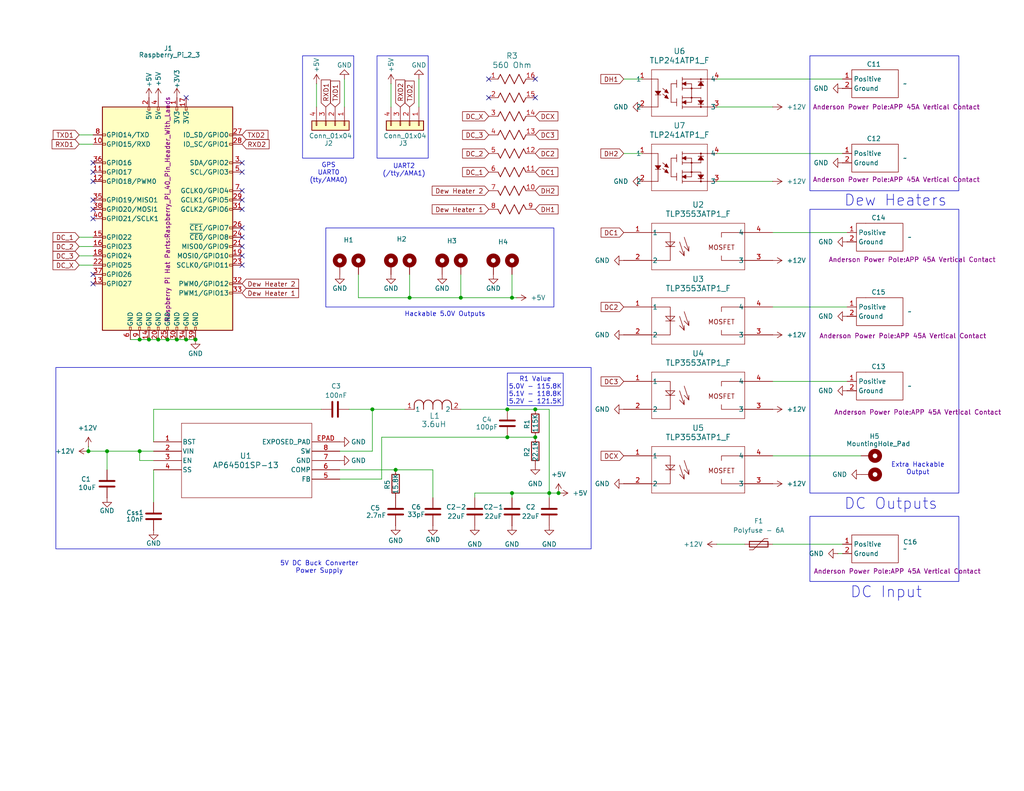
<source format=kicad_sch>
(kicad_sch (version 20250114) (generator "eeschema") (generator_version "9.0")
  (paper "USLetter")
  (title_block (title "Astro Raspberry Pi Hat SMD") (date "2024-05-08") (rev "0.9") (comment 1 "Built-In 5VDC Buck Converter - 1.2MHz freq.") (comment 2 "12VDC ON/OFF Control") (comment 3 "Redesigned using SMD parts") (comment 4 "First World Labs, LLC"))
  (lib_symbols
    (symbol "2024-05-14_03-02-28:TLP3553ATP1_F" (pin_names (offset 0.254))
      (property "Reference" "U" (at 20.32 10.16 0))
      (property "Value" "TLP3553ATP1_F" (at 20.32 7.62 0))
      (symbol "TLP3553ATP1_F_0_1"
        (pin unspecified line (at 0 2.54 0) (length 7.62) (name "1") (number "1"))
        (pin unspecified line (at 0 -5.08 0) (length 7.62) (name "2") (number "2"))
        (pin unspecified line (at 40.64 2.54 180) (length 7.62) (name "4") (number "4"))
        (pin unspecified line (at 40.64 -5.08 180) (length 7.62) (name "3") (number "3"))
      )
      (symbol "TLP3553ATP1_F_1_1"
        (text "MOSFET" (at 26.67 -1.524 0) (effects (font (size 1.27 1.27))))
      )
    )
    (symbol "2024-05-14_03-34-29:IHLP2525CZER1R5M01" (pin_names (offset 0.254))
      (property "Reference" "L1" (at 8.128 -1.778 0))
      (property "Value" "3.6uH" (at 7.874 -4.064 0))
      (symbol "IHLP2525CZER1R5M01_1_1"
        (pin unspecified line (at 0 0 0) (length 2.54) (name "1") (number "1"))
        (pin unspecified line (at 15.24 0 180) (length 2.54) (name "2") (number "2"))
      )
      (symbol "IHLP2525CZER1R5M01_1_2"
        (pin unspecified line (at 0 15.24 270) (length 2.54) (name "2") (number "2"))
        (pin unspecified line (at 0 0 90) (length 2.54) (name "1") (number "1"))
      )
    )
    (symbol "2024-05-14_04-03-58:TLP241ATP1_F" (pin_names (offset 0.254))
      (property "Reference" "U" (at 8.89 7.112 0))
      (property "Value" "TLP241ATP1_F" (at 7.874 1.778 0))
      (symbol "TLP241ATP1_F_0_1"
        (pin unspecified line (at -2.5146 -2.54 180) (length 0.0254) (name "1") (number "1"))
        (pin unspecified line (at -2.5146 -10.16 180) (length 0.0254) (name "2") (number "2"))
        (pin unspecified line (at 17.8054 -2.54 180) (length 0.0254) (name "4") (number "4"))
        (pin unspecified line (at 17.8054 -10.16 180) (length 0.0254) (name "3") (number "3"))
      )
    )
    (symbol "2024-06-05_15-26-43:EXB-2HV100JV" (pin_names (offset 0.254))
      (property "Reference" "R" (at 6.096 7.874 0))
      (property "Value" "EXB-2HV100JV" (at 6.858 -42.926 0))
      (symbol "EXB-2HV100JV_0_1"
        (pin unspecified line (at 0 0 0) (length 2.54) (name "") (number "1"))
        (pin unspecified line (at 0 -5.08 0) (length 2.54) (name "") (number "2"))
        (pin unspecified line (at 0 -10.16 0) (length 2.54) (name "") (number "3"))
        (pin unspecified line (at 0 -15.24 0) (length 2.54) (name "") (number "4"))
        (pin unspecified line (at 0 -20.32 0) (length 2.54) (name "") (number "5"))
        (pin unspecified line (at 0 -25.4 0) (length 2.54) (name "") (number "6"))
        (pin unspecified line (at 0 -30.48 0) (length 2.54) (name "") (number "7"))
        (pin unspecified line (at 0 -35.56 0) (length 2.54) (name "") (number "8"))
        (pin unspecified line (at 12.7 0 180) (length 2.54) (name "") (number "16"))
        (pin unspecified line (at 12.7 -5.08 180) (length 2.54) (name "") (number "15"))
        (pin unspecified line (at 12.7 -10.16 180) (length 2.54) (name "") (number "14"))
        (pin unspecified line (at 12.7 -15.24 180) (length 2.54) (name "") (number "13"))
        (pin unspecified line (at 12.7 -20.32 180) (length 2.54) (name "") (number "12"))
        (pin unspecified line (at 12.7 -25.4 180) (length 2.54) (name "") (number "11"))
        (pin unspecified line (at 12.7 -30.48 180) (length 2.54) (name "") (number "10"))
        (pin unspecified line (at 12.7 -35.56 180) (length 2.54) (name "") (number "9"))
      )
    )
    (symbol "2025-05-31_12-44-27:AP64501QSP-13" (pin_names (offset 0.254))
      (property "Reference" "U" (at 25.4 10.16 0))
      (property "Value" "AP64501QSP-13" (at 25.4 7.62 0))
      (symbol "AP64501QSP-13_0_1"
        (pin input line (at 0 0 0) (length 7.62) (name "BST") (number "1"))
        (pin power_in line (at 0 -2.54 0) (length 7.62) (name "VIN") (number "2"))
        (pin input line (at 0 -5.08 0) (length 7.62) (name "EN") (number "3"))
        (pin unspecified line (at 0 -7.62 0) (length 7.62) (name "SS") (number "4"))
        (pin power_out line (at 50.8 0 180) (length 7.62) (name "EXPOSED_PAD") (number "EPAD"))
        (pin output line (at 50.8 -2.54 180) (length 7.62) (name "SW") (number "8"))
        (pin power_out line (at 50.8 -5.08 180) (length 7.62) (name "GND") (number "7"))
        (pin unspecified line (at 50.8 -7.62 180) (length 7.62) (name "COMP") (number "6"))
        (pin output line (at 50.8 -10.16 180) (length 7.62) (name "FB") (number "5"))
      )
    )
    (symbol "C_1" (pin_numbers (hide yes)) (pin_names (offset 0.254))
      (property "Reference" "C" (at 0.635 2.54 0))
      (property "Value" "C" (at 0.635 -2.54 0))
      (symbol "C_1_1_1"
        (pin passive line (at 0 3.81 270) (length 2.794) (name "~") (number "1"))
        (pin passive line (at 0 -3.81 90) (length 2.794) (name "~") (number "2"))
      )
    )
    (symbol "Connector:Raspberry_Pi_2_3" (pin_names (offset 1.016))
      (property "Reference" "J" (at -17.78 31.75 0))
      (property "Value" "Raspberry_Pi_2_3" (at 10.16 -31.75 0))
      (symbol "Raspberry_Pi_2_3_1_1"
        (pin bidirectional line (at -20.32 22.86 0) (length 2.54) (name "GPIO14/TXD") (number "8"))
        (pin bidirectional line (at -20.32 20.32 0) (length 2.54) (name "GPIO15/RXD") (number "10"))
        (pin bidirectional line (at -20.32 15.24 0) (length 2.54) (name "GPIO16") (number "36"))
        (pin bidirectional line (at -20.32 12.7 0) (length 2.54) (name "GPIO17") (number "11"))
        (pin bidirectional line (at -20.32 10.16 0) (length 2.54) (name "GPIO18/PWM0") (number "12"))
        (pin bidirectional line (at -20.32 5.08 0) (length 2.54) (name "GPIO19/MISO1") (number "35"))
        (pin bidirectional line (at -20.32 2.54 0) (length 2.54) (name "GPIO20/MOSI1") (number "38"))
        (pin bidirectional line (at -20.32 0 0) (length 2.54) (name "GPIO21/SCLK1") (number "40"))
        (pin bidirectional line (at -20.32 -5.08 0) (length 2.54) (name "GPIO22") (number "15"))
        (pin bidirectional line (at -20.32 -7.62 0) (length 2.54) (name "GPIO23") (number "16"))
        (pin bidirectional line (at -20.32 -10.16 0) (length 2.54) (name "GPIO24") (number "18"))
        (pin bidirectional line (at -20.32 -12.7 0) (length 2.54) (name "GPIO25") (number "22"))
        (pin bidirectional line (at -20.32 -15.24 0) (length 2.54) (name "GPIO26") (number "37"))
        (pin bidirectional line (at -20.32 -17.78 0) (length 2.54) (name "GPIO27") (number "13"))
        (pin power_in line (at -10.16 -33.02 90) (length 2.54) (name "GND") (number "6"))
        (pin power_in line (at -7.62 -33.02 90) (length 2.54) (name "GND") (number "9"))
        (pin power_in line (at -5.08 33.02 270) (length 2.54) (name "5V") (number "2"))
        (pin power_in line (at -5.08 -33.02 90) (length 2.54) (name "GND") (number "14"))
        (pin power_in line (at -2.54 33.02 270) (length 2.54) (name "5V") (number "4"))
        (pin power_in line (at -2.54 -33.02 90) (length 2.54) (name "GND") (number "20"))
        (pin power_in line (at 0 -33.02 90) (length 2.54) (name "GND") (number "25"))
        (pin power_in line (at 2.54 33.02 270) (length 2.54) (name "3V3") (number "1"))
        (pin power_in line (at 2.54 -33.02 90) (length 2.54) (name "GND") (number "30"))
        (pin power_in line (at 5.08 33.02 270) (length 2.54) (name "3V3") (number "17"))
        (pin power_in line (at 5.08 -33.02 90) (length 2.54) (name "GND") (number "34"))
        (pin power_in line (at 7.62 -33.02 90) (length 2.54) (name "GND") (number "39"))
        (pin bidirectional line (at 20.32 22.86 180) (length 2.54) (name "ID_SD/GPIO0") (number "27"))
        (pin bidirectional line (at 20.32 20.32 180) (length 2.54) (name "ID_SC/GPIO1") (number "28"))
        (pin bidirectional line (at 20.32 15.24 180) (length 2.54) (name "SDA/GPIO2") (number "3"))
        (pin bidirectional line (at 20.32 12.7 180) (length 2.54) (name "SCL/GPIO3") (number "5"))
        (pin bidirectional line (at 20.32 7.62 180) (length 2.54) (name "GCLK0/GPIO4") (number "7"))
        (pin bidirectional line (at 20.32 5.08 180) (length 2.54) (name "GCLK1/GPIO5") (number "29"))
        (pin bidirectional line (at 20.32 2.54 180) (length 2.54) (name "GCLK2/GPIO6") (number "31"))
        (pin bidirectional line (at 20.32 -2.54 180) (length 2.54) (name "~{CE1}/GPIO7") (number "26"))
        (pin bidirectional line (at 20.32 -5.08 180) (length 2.54) (name "~{CE0}/GPIO8") (number "24"))
        (pin bidirectional line (at 20.32 -7.62 180) (length 2.54) (name "MISO0/GPIO9") (number "21"))
        (pin bidirectional line (at 20.32 -10.16 180) (length 2.54) (name "MOSI0/GPIO10") (number "19"))
        (pin bidirectional line (at 20.32 -12.7 180) (length 2.54) (name "SCLK0/GPIO11") (number "23"))
        (pin bidirectional line (at 20.32 -17.78 180) (length 2.54) (name "PWM0/GPIO12") (number "32"))
        (pin bidirectional line (at 20.32 -20.32 180) (length 2.54) (name "PWM1/GPIO13") (number "33"))
      )
    )
    (symbol "Connector_Generic:Conn_01x04" (pin_names (offset 1.016) (hide yes))
      (property "Reference" "J" (at 0 5.08 0))
      (property "Value" "Conn_01x04" (at 0 -7.62 0))
      (symbol "Conn_01x04_1_1"
        (pin passive line (at -5.08 2.54 0) (length 3.81) (name "Pin_1") (number "1"))
        (pin passive line (at -5.08 0 0) (length 3.81) (name "Pin_2") (number "2"))
        (pin passive line (at -5.08 -2.54 0) (length 3.81) (name "Pin_3") (number "3"))
        (pin passive line (at -5.08 -5.08 0) (length 3.81) (name "Pin_4") (number "4"))
      )
    )
    (symbol "Device:C" (pin_numbers (hide yes)) (pin_names (offset 0.254))
      (property "Reference" "C" (at -0.762 6.858 0))
      (property "Value" "C" (at -0.762 4.064 0))
      (symbol "C_1_1"
        (pin passive line (at -3.81 0 0) (length 2.794) (name "~") (number "1"))
        (pin passive line (at 3.81 0 180) (length 2.794) (name "~") (number "2"))
      )
    )
    (symbol "Device:Polyfuse" (pin_numbers (hide yes)) (pin_names (offset 0))
      (property "Reference" "F1" (at 1.27 5.08 0))
      (property "Value" "Polyfuse" (at 1.27 2.54 0))
      (symbol "Polyfuse_1_1"
        (pin passive line (at -2.54 -1.27 0) (length 1.27) (name "~") (number "1"))
        (pin passive line (at 5.08 -1.27 180) (length 1.27) (name "~") (number "2"))
      )
    )
    (symbol "GND_1" (power) (pin_numbers (hide yes)) (pin_names (offset 0) (hide yes))
      (property "Value" "GND" (at 0 -3.81 0))
      (symbol "GND_1_1_1"
        (pin power_in line (at 0 0 270) (length 0) (name "~") (number "1"))
      )
    )
    (symbol "GND_2" (power) (pin_numbers (hide yes)) (pin_names (offset 0) (hide yes))
      (property "Value" "GND" (at 0 -3.81 0))
      (symbol "GND_2_1_1"
        (pin power_in line (at 0 0 270) (length 0) (name "~") (number "1"))
      )
    )
    (symbol "GND_3" (power) (pin_numbers (hide yes)) (pin_names (offset 0) (hide yes))
      (property "Value" "GND" (at 0 -3.81 0))
      (symbol "GND_3_1_1"
        (pin power_in line (at 0 0 270) (length 0) (name "~") (number "1"))
      )
    )
    (symbol "GND_4" (power) (pin_numbers (hide yes)) (pin_names (offset 0) (hide yes))
      (property "Value" "GND" (at 0 -3.81 0))
      (symbol "GND_4_1_1"
        (pin power_in line (at 0 0 270) (length 0) (name "~") (number "1"))
      )
    )
    (symbol "GND_5" (power) (pin_numbers (hide yes)) (pin_names (offset 0) (hide yes))
      (property "Value" "GND" (at 0 -3.81 0))
      (symbol "GND_5_1_1"
        (pin power_in line (at 0 0 270) (length 0) (name "~") (number "1"))
      )
    )
    (symbol "GND_6" (power) (pin_numbers (hide yes)) (pin_names (offset 0) (hide yes))
      (property "Value" "GND" (at 0 -3.81 0))
      (symbol "GND_6_1_1"
        (pin power_in line (at 0 0 270) (length 0) (name "~") (number "1"))
      )
    )
    (symbol "MountingHole_Pad_1" (pin_numbers (hide yes)) (pin_names (offset 1.016) (hide yes)) (exclude_from_sim yes) (in_bom no)
      (property "Reference" "H2" (at -1.524 7.874 0))
      (property "Value" "MountingHole_Pad" (at -7.874 5.842 0))
      (symbol "MountingHole_Pad_1_1_1"
        (pin input line (at -3.81 2.54 0) (length 2.54) (name "1") (number "1"))
        (pin input line (at -3.81 -2.54 0) (length 2.54) (name "2") (number "2"))
      )
    )
    (symbol "R_1" (pin_numbers (hide yes)) (pin_names (offset 0))
      (property "Reference" "R2" (at -0.254 2.54 0))
      (property "Value" "510" (at 0.254 0 0))
      (symbol "R_1_1_1"
        (pin passive line (at -3.81 0 0) (length 1.27) (name "~") (number "1"))
        (pin passive line (at 3.81 0 180) (length 1.27) (name "~") (number "2"))
      )
    )
    (symbol "anderson_power_pole:Anderson_Power_Pole"
      (property "Reference" "C3" (at 5.08 5.08 90))
      (property "Value" "~" (at 0 0 0))
      (property "Footprint" "Keiths_Parts:Anderson Power Pole" (at 3.048 -5.842 0))
      (symbol "Anderson_Power_Pole_1_1"
        (pin power_in line (at -3.81 1.27 0) (length 2.54) (name "Positive") (number "1"))
        (pin power_in line (at -3.81 -1.27 0) (length 2.54) (name "Ground") (number "2"))
      )
    )
    (symbol "power:+12V" (power) (pin_numbers (hide yes)) (pin_names (offset 0) (hide yes))
      (property "Value" "+12V" (at 0 3.556 0))
      (symbol "+12V_1_1"
        (pin power_in line (at 0 0 90) (length 0) (name "~") (number "1"))
      )
    )
    (symbol "power:+3V3" (power) (pin_numbers (hide yes)) (pin_names (offset 0) (hide yes))
      (property "Value" "+3V3" (at 0 3.556 0))
      (symbol "+3V3_1_1"
        (pin power_in line (at 0 0 90) (length 0) (name "~") (number "1"))
      )
    )
    (symbol "power:+5V" (power) (pin_numbers (hide yes)) (pin_names (offset 0) (hide yes))
      (property "Value" "+5V" (at 0 3.556 0))
      (symbol "+5V_1_1"
        (pin power_in line (at 0 0 90) (length 0) (name "~") (number "1"))
      )
    )
    (symbol "power:GND" (power) (pin_names (offset 0))
      (property "Value" "GND" (at 0 -3.81 0))
      (symbol "GND_1_1"
        (pin power_in line (at 0 0 270) (length 0) (hide yes) (name "GND") (number "1"))
      )
    )
  )
  (rectangle (start 220.98 57.15) (end 261.62 134.62))
  (rectangle (start 88.9 62.23) (end 151.13 83.82))
  (rectangle (start 220.98 140.97) (end 261.62 158.75))
  (rectangle (start 102.87 15.24) (end 116.84 43.18))
  (rectangle (start 15.24 100.33) (end 161.29 149.86))
  (rectangle (start 82.55 15.24) (end 96.52 43.18))
  (rectangle (start 220.98 15.24) (end 261.62 52.07))
  (text "GPS\nUART0\n(tty/AMA0)" (at 89.662 50.038 0) (effects (font (size 1.27 1.27)) (justify bottom)))
  (text "5V DC Buck Converter\nPower Supply" (at 87.122 154.94 0) (effects (font (size 1.27 1.27))))
  (text "UART2\n(/tty/AMA1)" (at 110.236 48.26 0) (effects (font (size 1.27 1.27)) (justify bottom)))
  (text "R1 Value\n5.0V - 115.8K\n5.1V - 118.8K\n5.2V - 121.5K" (exclude_from_sim yes) (at 146.05 106.68 0) (effects (font (size 1.27 1.27))))
  (text "Dew Heaters" (at 244.348 54.864 0) (effects (font (size 3 3))))
  (text "Extra Hackable\nOutput" (at 250.444 128.016 0) (effects (font (size 1.27 1.27))))
  (text "DC Outputs" (at 243.078 137.668 0) (effects (font (size 3 3))))
  (text "DC Input" (at 241.808 161.798 0) (effects (font (size 3 3))))
  (text "Hackable 5.0V Outputs" (at 121.412 85.852 0) (effects (font (size 1.27 1.27))))
  (text_box "" (at 138.43 101.854 0) (size 15.24 8.89) (margins 0.9525 0.9525 0.9525 0.9525) (effects (font (size 1.27 1.27)) (justify left top)))
  (junction (at 152.4 134.62))
  (junction (at 45.72 92.71))
  (junction (at 111.76 81.28))
  (junction (at 107.95 128.27))
  (junction (at 138.43 111.76))
  (junction (at 149.86 134.62))
  (junction (at 139.7 134.62))
  (junction (at 125.73 81.28))
  (junction (at 53.34 92.71))
  (junction (at 24.13 123.19))
  (junction (at 50.8 92.71))
  (junction (at 43.18 92.71))
  (junction (at 139.7 81.28))
  (junction (at 48.26 92.71))
  (junction (at 146.05 111.76))
  (junction (at 38.1 123.19))
  (junction (at 29.21 123.19))
  (junction (at 40.64 92.71))
  (junction (at 38.1 92.71))
  (junction (at 101.6 111.76))
  (junction (at 146.05 119.38))
  (junction (at 138.43 119.38))
  (no_connect (at 25.4 44.45))
  (no_connect (at 25.4 54.61))
  (no_connect (at 25.4 77.47))
  (no_connect (at 146.05 21.59))
  (no_connect (at 66.04 64.77))
  (no_connect (at 66.04 46.99))
  (no_connect (at 25.4 57.15))
  (no_connect (at 25.4 49.53))
  (no_connect (at 66.04 54.61))
  (no_connect (at 25.4 59.69))
  (no_connect (at 25.4 74.93))
  (no_connect (at 66.04 52.07))
  (no_connect (at 133.35 26.67))
  (no_connect (at 66.04 72.39))
  (no_connect (at 133.35 21.59))
  (no_connect (at 50.8 26.67))
  (no_connect (at 66.04 57.15))
  (no_connect (at 66.04 67.31))
  (no_connect (at 66.04 44.45))
  (no_connect (at 66.04 62.23))
  (no_connect (at 25.4 46.99))
  (no_connect (at 66.04 69.85))
  (no_connect (at 146.05 26.67))
  (wire (pts (xy 149.86 134.62) (xy 152.4 134.62)))
  (wire (pts (xy 86.36 22.86) (xy 86.36 29.21)))
  (wire (pts (xy 95.25 111.76) (xy 101.6 111.76)))
  (wire (pts (xy 195.58 21.59) (xy 229.87 21.59)))
  (wire (pts (xy 210.82 148.59) (xy 229.87 148.59)))
  (wire (pts (xy 104.14 119.38) (xy 104.14 130.81)))
  (wire (pts (xy 125.73 111.76) (xy 138.43 111.76)))
  (wire (pts (xy 21.59 69.85) (xy 25.4 69.85)))
  (wire (pts (xy 139.7 135.89) (xy 139.7 134.62)))
  (wire (pts (xy 97.79 81.28) (xy 97.79 74.93)))
  (wire (pts (xy 125.73 74.93) (xy 125.73 81.28)))
  (wire (pts (xy 129.54 134.62) (xy 139.7 134.62)))
  (wire (pts (xy 149.86 111.76) (xy 149.86 134.62)))
  (wire (pts (xy 38.1 123.19) (xy 41.91 123.19)))
  (wire (pts (xy 35.56 92.71) (xy 38.1 92.71)))
  (wire (pts (xy 149.86 135.89) (xy 149.86 134.62)))
  (wire (pts (xy 21.59 36.83) (xy 25.4 36.83)))
  (wire (pts (xy 48.26 92.71) (xy 50.8 92.71)))
  (wire (pts (xy 38.1 92.71) (xy 40.64 92.71)))
  (wire (pts (xy 45.72 92.71) (xy 48.26 92.71)))
  (wire (pts (xy 97.79 81.28) (xy 111.76 81.28)))
  (wire (pts (xy 24.13 123.19) (xy 29.21 123.19)))
  (wire (pts (xy 228.6 151.13) (xy 229.87 151.13)))
  (wire (pts (xy 104.14 119.38) (xy 138.43 119.38)))
  (wire (pts (xy 41.91 111.76) (xy 41.91 120.65)))
  (wire (pts (xy 43.18 92.71) (xy 45.72 92.71)))
  (wire (pts (xy 21.59 72.39) (xy 25.4 72.39)))
  (wire (pts (xy 21.59 67.31) (xy 25.4 67.31)))
  (wire (pts (xy 210.82 83.82) (xy 231.14 83.82)))
  (wire (pts (xy 21.59 39.37) (xy 25.4 39.37)))
  (wire (pts (xy 210.82 124.46) (xy 234.95 124.46)))
  (wire (pts (xy 170.18 41.91) (xy 175.26 41.91)))
  (wire (pts (xy 125.73 81.28) (xy 139.7 81.28)))
  (wire (pts (xy 118.11 128.27) (xy 118.11 135.89)))
  (wire (pts (xy 92.71 128.27) (xy 107.95 128.27)))
  (wire (pts (xy 110.49 111.76) (xy 101.6 111.76)))
  (wire (pts (xy 104.14 130.81) (xy 92.71 130.81)))
  (wire (pts (xy 29.21 123.19) (xy 29.21 128.27)))
  (wire (pts (xy 92.71 123.19) (xy 101.6 123.19)))
  (wire (pts (xy 41.91 111.76) (xy 87.63 111.76)))
  (wire (pts (xy 138.43 111.76) (xy 146.05 111.76)))
  (wire (pts (xy 195.58 41.91) (xy 229.87 41.91)))
  (wire (pts (xy 129.54 135.89) (xy 129.54 134.62)))
  (wire (pts (xy 24.13 121.92) (xy 24.13 123.19)))
  (wire (pts (xy 38.1 125.73) (xy 41.91 125.73)))
  (wire (pts (xy 210.82 29.21) (xy 195.58 29.21)))
  (wire (pts (xy 139.7 74.93) (xy 139.7 81.28)))
  (wire (pts (xy 41.91 137.16) (xy 41.91 128.27)))
  (wire (pts (xy 106.68 22.86) (xy 106.68 29.21)))
  (wire (pts (xy 93.98 21.59) (xy 93.98 29.21)))
  (wire (pts (xy 50.8 92.71) (xy 53.34 92.71)))
  (wire (pts (xy 40.64 92.71) (xy 43.18 92.71)))
  (wire (pts (xy 195.58 148.59) (xy 203.2 148.59)))
  (wire (pts (xy 139.7 81.28) (xy 140.97 81.28)))
  (wire (pts (xy 114.3 21.59) (xy 114.3 29.21)))
  (wire (pts (xy 139.7 134.62) (xy 149.86 134.62)))
  (wire (pts (xy 111.76 81.28) (xy 125.73 81.28)))
  (wire (pts (xy 29.21 123.19) (xy 38.1 123.19)))
  (wire (pts (xy 210.82 49.53) (xy 195.58 49.53)))
  (wire (pts (xy 111.76 74.93) (xy 111.76 81.28)))
  (wire (pts (xy 138.43 119.38) (xy 146.05 119.38)))
  (wire (pts (xy 21.59 64.77) (xy 25.4 64.77)))
  (wire (pts (xy 210.82 104.14) (xy 231.14 104.14)))
  (wire (pts (xy 38.1 123.19) (xy 38.1 125.73)))
  (wire (pts (xy 118.11 128.27) (xy 107.95 128.27)))
  (wire (pts (xy 101.6 111.76) (xy 101.6 123.19)))
  (wire (pts (xy 210.82 63.5) (xy 231.14 63.5)))
  (wire (pts (xy 170.18 21.59) (xy 175.26 21.59)))
  (wire (pts (xy 146.05 111.76) (xy 149.86 111.76)))
  (global_label "RXD2" (shape input) (at 109.22 29.21 90) (property "Intersheetrefs" "${INTERSHEET_REFS}" (effects (hide yes))))
  (global_label "DC_2" (shape input) (at 133.35 41.91 180) (property "Intersheetrefs" "${INTERSHEET_REFS}" (effects (hide yes))))
  (global_label "DC_X" (shape input) (at 21.59 72.39 180) (property "Intersheetrefs" "${INTERSHEET_REFS}" (effects (hide yes))))
  (global_label "RXD1" (shape input) (at 21.59 39.37 180) (property "Intersheetrefs" "${INTERSHEET_REFS}" (effects (hide yes))))
  (global_label "DC_1" (shape input) (at 133.35 46.99 180) (property "Intersheetrefs" "${INTERSHEET_REFS}" (effects (hide yes))))
  (global_label "TXD2" (shape input) (at 66.04 36.83 0) (property "Intersheetrefs" "${INTERSHEET_REFS}" (effects (hide yes))))
  (global_label "DC3" (shape input) (at 170.18 104.14 180) (property "Intersheetrefs" "${INTERSHEET_REFS}" (effects (hide yes))))
  (global_label "DC_X" (shape input) (at 133.35 31.75 180) (property "Intersheetrefs" "${INTERSHEET_REFS}" (effects (hide yes))))
  (global_label "DC1" (shape input) (at 170.18 63.5 180) (property "Intersheetrefs" "${INTERSHEET_REFS}" (effects (hide yes))))
  (global_label "DC_1" (shape input) (at 21.59 64.77 180) (property "Intersheetrefs" "${INTERSHEET_REFS}" (effects (hide yes))))
  (global_label "Dew Heater 1" (shape input) (at 133.35 57.15 180) (property "Intersheetrefs" "${INTERSHEET_REFS}" (effects (hide yes))))
  (global_label "TXD1" (shape input) (at 91.44 29.21 90) (property "Intersheetrefs" "${INTERSHEET_REFS}" (effects (hide yes))))
  (global_label "DC_3" (shape input) (at 21.59 69.85 180) (property "Intersheetrefs" "${INTERSHEET_REFS}" (effects (hide yes))))
  (global_label "DC3" (shape input) (at 146.05 36.83 0) (property "Intersheetrefs" "${INTERSHEET_REFS}" (effects (hide yes))))
  (global_label "DC2" (shape input) (at 170.18 83.82 180) (property "Intersheetrefs" "${INTERSHEET_REFS}" (effects (hide yes))))
  (global_label "Dew Heater 2" (shape input) (at 133.35 52.07 180) (property "Intersheetrefs" "${INTERSHEET_REFS}" (effects (hide yes))))
  (global_label "RXD1" (shape input) (at 88.9 29.21 90) (property "Intersheetrefs" "${INTERSHEET_REFS}" (effects (hide yes))))
  (global_label "TXD1" (shape input) (at 21.59 36.83 180) (property "Intersheetrefs" "${INTERSHEET_REFS}" (effects (hide yes))))
  (global_label "DCX" (shape input) (at 146.05 31.75 0) (property "Intersheetrefs" "${INTERSHEET_REFS}" (effects (hide yes))))
  (global_label "DC1" (shape input) (at 146.05 46.99 0) (property "Intersheetrefs" "${INTERSHEET_REFS}" (effects (hide yes))))
  (global_label "Dew Heater 1" (shape input) (at 66.04 80.01 0) (property "Intersheetrefs" "${INTERSHEET_REFS}" (effects (hide yes))))
  (global_label "DC_3" (shape input) (at 133.35 36.83 180) (property "Intersheetrefs" "${INTERSHEET_REFS}" (effects (hide yes))))
  (global_label "DC2" (shape input) (at 146.05 41.91 0) (property "Intersheetrefs" "${INTERSHEET_REFS}" (effects (hide yes))))
  (global_label "Dew Heater 2" (shape input) (at 66.04 77.47 0) (property "Intersheetrefs" "${INTERSHEET_REFS}" (effects (hide yes))))
  (global_label "DH2" (shape input) (at 170.18 41.91 180) (property "Intersheetrefs" "${INTERSHEET_REFS}" (effects (hide yes))))
  (global_label "TXD2" (shape input) (at 111.76 29.21 90) (property "Intersheetrefs" "${INTERSHEET_REFS}" (effects (hide yes))))
  (global_label "DH1" (shape input) (at 170.18 21.59 180) (property "Intersheetrefs" "${INTERSHEET_REFS}" (effects (hide yes))))
  (global_label "DCX" (shape input) (at 170.18 124.46 180) (property "Intersheetrefs" "${INTERSHEET_REFS}" (effects (hide yes))))
  (global_label "DH1" (shape input) (at 146.05 57.15 0) (property "Intersheetrefs" "${INTERSHEET_REFS}" (effects (hide yes))))
  (global_label "DC_2" (shape input) (at 21.59 67.31 180) (property "Intersheetrefs" "${INTERSHEET_REFS}" (effects (hide yes))))
  (global_label "DH2" (shape input) (at 146.05 52.07 0) (property "Intersheetrefs" "${INTERSHEET_REFS}" (effects (hide yes))))
  (global_label "RXD2" (shape input) (at 66.04 39.37 0) (property "Intersheetrefs" "${INTERSHEET_REFS}" (effects (hide yes))))
  (symbol (lib_name "MountingHole_Pad_1") (lib_id "Mechanical:MountingHole_Pad") (at 109.22 71.12 90) (unit 1) (exclude_from_sim yes) (in_bom no)
    (property "Reference" "H2" (at 108.204 65.278 90) (effects (justify right)))
    (property "Value" "MountingHole_Pad" (effects (hide yes)))
    (property "Footprint" "Connector_PinHeader_2.54mm:PinHeader_1x02_P2.54mm_Vertical" (effects (hide yes)))
    (property "Description" "Mounting Hole with connection" (effects (hide yes)))
  )
  (symbol (lib_id "Device:C") (at 118.11 139.7 270) (unit 1)
    (property "Reference" "C6" (at 113.538 138.43 90))
    (property "Value" "33pF" (at 113.538 140.462 90))
    (property "Footprint" "Capacitor_SMD:C_0805_2012Metric" (effects (hide yes)))
    (property "Description" "Unpolarized capacitor" (effects (hide yes)))
  )
  (symbol (lib_id "Device:C") (at 29.21 132.08 90) (unit 1)
    (property "Reference" "C1" (at 22.098 130.81 90) (effects (justify right)))
    (property "Value" "10uF" (at 21.336 133.096 90) (effects (justify right)))
    (property "Footprint" "Capacitor_SMD:C_0805_2012Metric" (effects (hide yes)))
    (property "Description" "Unpolarized capacitor" (effects (hide yes)))
  )
  (symbol (lib_name "R_1") (lib_id "Device:R") (at 107.95 132.08 90) (unit 1)
    (property "Reference" "R5" (at 105.664 132.334 0))
    (property "Value" "15.8K" (at 107.95 132.08 0))
    (property "Footprint" "Resistor_SMD:R_0805_2012Metric" (effects (hide yes)))
    (property "Description" "Resistor" (effects (hide yes)))
  )
  (symbol (lib_name "GND_2") (lib_id "power:GND") (at 170.18 111.76 270) (unit 1)
    (property "Reference" "#PWR031" (effects (hide yes)))
    (property "Value" "GND" (at 166.37 111.7599 90) (effects (justify right)))
    (property "Description" "Power symbol creates a global label with name \"GND\" , ground" (effects (hide yes)))
  )
  (symbol (lib_id "power:+5V") (at 106.68 22.86 0) (unit 1)
    (property "Reference" "#PWR015" (effects (hide yes)))
    (property "Value" "+5V" (at 106.68 17.78 90))
    (property "Description" "Power symbol creates a global label with name \"+5V\"" (effects (hide yes)))
  )
  (symbol (lib_id "power:GND") (at 120.65 74.93 0) (unit 1)
    (property "Reference" "#PWR020" (effects (hide yes)))
    (property "Value" "GND" (at 120.65 78.74 0))
  )
  (symbol (lib_id "power:+12V") (at 210.82 91.44 270) (unit 1)
    (property "Reference" "#PWR039" (effects (hide yes)))
    (property "Value" "+12V" (at 214.63 91.4399 90) (effects (justify left)))
    (property "Description" "Power symbol creates a global label with name \"+12V\"" (effects (hide yes)))
  )
  (symbol (lib_id "Connector_Generic:Conn_01x04") (at 91.44 34.29 270) (unit 1)
    (property "Reference" "J2" (at 89.662 39.116 90))
    (property "Value" "Conn_01x04" (at 90.17 37.084 90))
    (property "Footprint" "Connector_PinHeader_2.54mm:PinHeader_1x04_P2.54mm_Vertical" (effects (hide yes)))
  )
  (symbol (lib_name "R_1") (lib_id "Device:R") (at 146.05 115.57 90) (unit 1)
    (property "Reference" "R1" (at 143.764 115.824 0))
    (property "Value" "115K" (at 146.05 115.57 0))
    (property "Footprint" "Resistor_SMD:R_0805_2012Metric" (effects (hide yes)))
    (property "Description" "Resistor" (effects (hide yes)))
  )
  (symbol (lib_name "MountingHole_Pad_1") (lib_id "Mechanical:MountingHole_Pad") (at 238.76 127 0) (unit 1) (exclude_from_sim yes) (in_bom no)
    (property "Reference" "H5" (at 237.236 119.126 0) (effects (justify left)))
    (property "Value" "MountingHole_Pad" (at 230.886 121.158 0) (effects (justify left)))
    (property "Footprint" "Connector_PinHeader_2.54mm:PinHeader_1x02_P2.54mm_Vertical" (effects (hide yes)))
    (property "Description" "Mounting Hole with connection" (effects (hide yes)))
  )
  (symbol (lib_id "power:+12V") (at 24.13 121.92 0) (unit 1)
    (property "Reference" "#PWR01" (effects (hide yes)))
    (property "Value" "+12V" (at 23.876 116.84 0))
    (property "Description" "Power symbol creates a global label with name \"+12V\"" (effects (hide yes)))
  )
  (symbol (lib_name "GND_1") (lib_id "power:GND") (at 231.14 106.68 270) (unit 1)
    (property "Reference" "#PWR045" (effects (hide yes)))
    (property "Value" "GND" (at 227.33 106.6799 90) (effects (justify right)))
    (property "Description" "Power symbol creates a global label with name \"GND\" , ground" (effects (hide yes)))
  )
  (symbol (lib_id "2024-05-14_03-02-28:TLP3553ATP1_F") (at 170.18 66.04 0) (unit 1)
    (property "Reference" "U2" (at 190.5 55.88 0) (effects (font (size 1.524 1.524))))
    (property "Value" "TLP3553ATP1_F" (at 190.5 58.42 0) (effects (font (size 1.524 1.524))))
    (property "Footprint" "4A Solid State Relay:SOIC_3553ATP1_F_TOS" (effects (hide yes)))
    (property "Datasheet" "TLP3553ATP1_F" (effects (hide yes)))
    (property "Description" "Solid State Relay - 4A" (effects (hide yes)))
  )
  (symbol (lib_id "Connector_Generic:Conn_01x04") (at 111.76 34.29 270) (unit 1)
    (property "Reference" "J3" (at 109.982 39.116 90))
    (property "Value" "Conn_01x04" (at 110.49 37.084 90))
    (property "Footprint" "Connector_PinHeader_2.54mm:PinHeader_1x04_P2.54mm_Vertical" (effects (hide yes)))
  )
  (symbol (lib_id "Device:C") (at 139.7 139.7 90) (unit 1)
    (property "Reference" "C2-1" (at 134.62 138.43 90))
    (property "Value" "22uF" (at 134.62 140.97 90))
    (property "Footprint" "Capacitor_SMD:C_0805_2012Metric" (effects (hide yes)))
    (property "Description" "Unpolarized capacitor" (effects (hide yes)))
  )
  (symbol (lib_id "2024-06-05_15-26-43:EXB-2HV100JV") (at 133.35 21.59 0) (unit 1)
    (property "Reference" "R3" (at 139.7 15.24 0) (effects (font (size 1.524 1.524))))
    (property "Value" "560 Ohm" (at 139.7 17.78 0) (effects (font (size 1.524 1.524))))
    (property "Footprint" "Resistor Array:RES_EXB2HV" (effects (hide yes)))
    (property "Datasheet" "EXB-2HV100JV" (effects (hide yes)))
  )
  (symbol (lib_id "power:GND") (at 93.98 21.59 180) (unit 1)
    (property "Reference" "#PWR013" (effects (hide yes)))
    (property "Value" "GND" (at 93.98 17.78 0))
  )
  (symbol (lib_name "GND_3") (lib_id "power:GND") (at 92.71 125.73 90) (unit 1)
    (property "Reference" "#PWR012" (effects (hide yes)))
    (property "Value" "GND" (at 95.758 125.73 90) (effects (justify right)))
    (property "Description" "Power symbol creates a global label with name \"GND\" , ground" (effects (hide yes)))
  )
  (symbol (lib_id "Device:C") (at 149.86 139.7 90) (unit 1)
    (property "Reference" "C2" (at 144.78 138.43 90))
    (property "Value" "22uF" (at 144.78 140.97 90))
    (property "Footprint" "Capacitor_SMD:C_0805_2012Metric" (effects (hide yes)))
    (property "Description" "Unpolarized capacitor" (effects (hide yes)))
  )
  (symbol (lib_id "power:+3V3") (at 48.26 26.67 0) (unit 1)
    (property "Reference" "#PWR08" (effects (hide yes)))
    (property "Value" "+3V3" (at 48.26 21.59 90))
    (property "Description" "Power symbol creates a global label with name \"+3V3\"" (effects (hide yes)))
  )
  (symbol (lib_id "power:+5V") (at 86.36 22.86 0) (unit 1)
    (property "Reference" "#PWR010" (effects (hide yes)))
    (property "Value" "+5V" (at 86.36 17.78 90))
    (property "Description" "Power symbol creates a global label with name \"+5V\"" (effects (hide yes)))
  )
  (symbol (lib_name "GND_3") (lib_id "power:GND") (at 118.11 143.51 0) (unit 1)
    (property "Reference" "#PWR019" (effects (hide yes)))
    (property "Value" "GND" (at 118.11 147.32 0))
    (property "Description" "Power symbol creates a global label with name \"GND\" , ground" (effects (hide yes)))
  )
  (symbol (lib_id "power:GND") (at 106.68 74.93 0) (unit 1)
    (property "Reference" "#PWR017" (effects (hide yes)))
    (property "Value" "GND" (at 106.68 78.74 0))
  )
  (symbol (lib_id "power:GND") (at 114.3 21.59 180) (unit 1)
    (property "Reference" "#PWR018" (effects (hide yes)))
    (property "Value" "GND" (at 114.3 17.78 0))
  )
  (symbol (lib_name "MountingHole_Pad_1") (lib_id "Mechanical:MountingHole_Pad") (at 95.25 71.12 90) (unit 1) (exclude_from_sim yes) (in_bom no)
    (property "Reference" "H1" (at 93.726 65.532 90) (effects (justify right)))
    (property "Value" "MountingHole_Pad" (effects (hide yes)))
    (property "Footprint" "Connector_PinHeader_2.54mm:PinHeader_1x02_P2.54mm_Vertical" (effects (hide yes)))
    (property "Description" "Mounting Hole with connection" (effects (hide yes)))
  )
  (symbol (lib_id "power:+5V") (at 152.4 134.62 270) (unit 1)
    (property "Reference" "#PWR027" (effects (hide yes)))
    (property "Value" "+5V" (at 156.21 134.6199 90) (effects (justify left)))
    (property "Description" "Power symbol creates a global label with name \"+5V\"" (effects (hide yes)))
  )
  (symbol (lib_id "anderson_power_pole:Anderson_Power_Pole") (at 234.95 85.09 0) (unit 1)
    (property "Reference" "C15" (at 237.744 79.756 0) (effects (justify left)))
    (property "Value" "~" (at 247.65 85.09 0) (effects (justify left)))
    (property "Footprint" "Anderson Power Pole:APP 45A Vertical Contact" (at 223.52 91.694 0) (effects (justify left)))
  )
  (symbol (lib_id "power:GND") (at 134.62 74.93 0) (unit 1)
    (property "Reference" "#PWR022" (effects (hide yes)))
    (property "Value" "GND" (at 134.62 78.74 0))
  )
  (symbol (lib_id "power:+5V") (at 152.4 134.62 0) (unit 1)
    (property "Reference" "#PWR028" (effects (hide yes)))
    (property "Value" "+5V" (at 152.4 129.54 0))
    (property "Description" "Power symbol creates a global label with name \"+5V\"" (effects (hide yes)))
  )
  (symbol (lib_id "power:+5V") (at 43.18 26.67 0) (unit 1)
    (property "Reference" "#PWR07" (effects (hide yes)))
    (property "Value" "+5V" (at 43.18 21.59 90))
    (property "Description" "Power symbol creates a global label with name \"+5V\"" (effects (hide yes)))
  )
  (symbol (lib_name "R_1") (lib_id "Device:R") (at 146.05 123.19 90) (unit 1)
    (property "Reference" "R2" (at 143.764 123.444 0))
    (property "Value" "22.1K" (at 146.05 123.19 0))
    (property "Footprint" "Resistor_SMD:R_0805_2012Metric" (effects (hide yes)))
    (property "Description" "Resistor" (effects (hide yes)))
  )
  (symbol (lib_id "power:+12V") (at 24.13 123.19 90) (unit 1)
    (property "Reference" "#PWR02" (effects (hide yes)))
    (property "Value" "+12V" (at 20.32 123.1899 90) (effects (justify left)))
    (property "Description" "Power symbol creates a global label with name \"+12V\"" (effects (hide yes)))
  )
  (symbol (lib_name "GND_4") (lib_id "power:GND") (at 41.91 144.78 0) (unit 1)
    (property "Reference" "#PWR06" (effects (hide yes)))
    (property "Value" "GND" (at 41.91 148.336 0))
    (property "Description" "Power symbol creates a global label with name \"GND\" , ground" (effects (hide yes)))
  )
  (symbol (lib_name "GND_3") (lib_id "power:GND") (at 92.71 120.65 90) (unit 1)
    (property "Reference" "#PWR011" (effects (hide yes)))
    (property "Value" "GND" (at 95.758 120.65 90) (effects (justify right)))
    (property "Description" "Power symbol creates a global label with name \"GND\" , ground" (effects (hide yes)))
  )
  (symbol (lib_name "GND_2") (lib_id "power:GND") (at 170.18 132.08 270) (unit 1)
    (property "Reference" "#PWR032" (effects (hide yes)))
    (property "Value" "GND" (at 166.37 132.0799 90) (effects (justify right)))
    (property "Description" "Power symbol creates a global label with name \"GND\" , ground" (effects (hide yes)))
  )
  (symbol (lib_id "2024-05-14_03-02-28:TLP3553ATP1_F") (at 170.18 86.36 0) (unit 1)
    (property "Reference" "U3" (at 190.5 76.2 0) (effects (font (size 1.524 1.524))))
    (property "Value" "TLP3553ATP1_F" (at 190.5 78.74 0) (effects (font (size 1.524 1.524))))
    (property "Footprint" "4A Solid State Relay:SOIC_3553ATP1_F_TOS" (effects (hide yes)))
    (property "Datasheet" "TLP3553ATP1_F" (effects (hide yes)))
    (property "Description" "Solid State Relay - 4A" (effects (hide yes)))
  )
  (symbol (lib_id "2024-05-14_04-03-58:TLP241ATP1_F") (at 177.7746 39.37 0) (unit 1)
    (property "Reference" "U7" (at 185.3946 34.29 0) (effects (font (size 1.524 1.524))))
    (property "Value" "TLP241ATP1_F" (at 185.3946 36.83 0) (effects (font (size 1.524 1.524))))
    (property "Footprint" "4A Solid State Relay:SOIC_3553ATP1_F_TOS" (effects (hide yes)))
    (property "Datasheet" "TLP241ATP1_F" (effects (hide yes)))
  )
  (symbol (lib_name "GND_2") (lib_id "power:GND") (at 175.26 49.53 270) (unit 1)
    (property "Reference" "#PWR034" (effects (hide yes)))
    (property "Value" "GND" (at 171.45 49.5299 90) (effects (justify right)))
    (property "Description" "Power symbol creates a global label with name \"GND\" , ground" (effects (hide yes)))
  )
  (symbol (lib_id "Connector:Raspberry_Pi_2_3") (at 45.72 59.69 0) (unit 1)
    (property "Reference" "J1" (at 44.704 13.208 0) (effects (justify left)))
    (property "Value" "Raspberry_Pi_2_3" (at 37.846 14.986 0) (effects (justify left)))
    (property "Footprint" "Raspberry Pi Hat Parts:Raspberry_Pi_40_Pin_Header_With_Lands" (at 45.72 57.15 90))
    (property "Datasheet" "https://www.raspberrypi.org/documentation/hardware/raspberrypi/schematics/rpi_SCH_3bplus_1p0_reduced.pdf" (effects (hide yes)))
  )
  (symbol (lib_id "power:+5V") (at 40.64 26.67 0) (unit 1)
    (property "Reference" "#PWR05" (effects (hide yes)))
    (property "Value" "+5V" (at 40.64 21.844 90))
    (property "Description" "Power symbol creates a global label with name \"+5V\"" (effects (hide yes)))
  )
  (symbol (lib_id "power:GND") (at 53.34 92.71 0) (unit 1)
    (property "Reference" "#PWR09" (effects (hide yes)))
    (property "Value" "GND" (at 53.34 96.52 0))
  )
  (symbol (lib_name "GND_2") (lib_id "power:GND") (at 175.26 29.21 270) (unit 1)
    (property "Reference" "#PWR033" (effects (hide yes)))
    (property "Value" "GND" (at 171.45 29.2099 90) (effects (justify right)))
    (property "Description" "Power symbol creates a global label with name \"GND\" , ground" (effects (hide yes)))
  )
  (symbol (lib_id "power:+12V") (at 210.82 49.53 270) (unit 1)
    (property "Reference" "#PWR037" (effects (hide yes)))
    (property "Value" "+12V" (at 214.63 49.5299 90) (effects (justify left)))
    (property "Description" "Power symbol creates a global label with name \"+12V\"" (effects (hide yes)))
  )
  (symbol (lib_id "power:+5V") (at 140.97 81.28 270) (unit 1)
    (property "Reference" "#PWR024" (effects (hide yes)))
    (property "Value" "+5V" (at 144.78 81.2799 90) (effects (justify left)))
    (property "Description" "Power symbol creates a global label with name \"+5V\"" (effects (hide yes)))
  )
  (symbol (lib_id "power:+12V") (at 210.82 111.76 270) (unit 1)
    (property "Reference" "#PWR040" (effects (hide yes)))
    (property "Value" "+12V" (at 214.63 111.7599 90) (effects (justify left)))
    (property "Description" "Power symbol creates a global label with name \"+12V\"" (effects (hide yes)))
  )
  (symbol (lib_name "GND_2") (lib_id "power:GND") (at 170.18 91.44 270) (unit 1)
    (property "Reference" "#PWR030" (effects (hide yes)))
    (property "Value" "GND" (at 166.37 91.4399 90) (effects (justify right)))
    (property "Description" "Power symbol creates a global label with name \"GND\" , ground" (effects (hide yes)))
  )
  (symbol (lib_name "GND_1") (lib_id "power:GND") (at 228.6 151.13 270) (unit 1)
    (property "Reference" "#PWR042" (effects (hide yes)))
    (property "Value" "GND" (at 224.79 151.1299 90) (effects (justify right)))
    (property "Description" "Power symbol creates a global label with name \"GND\" , ground" (effects (hide yes)))
  )
  (symbol (lib_id "anderson_power_pole:Anderson_Power_Pole") (at 233.68 43.18 0) (unit 1)
    (property "Reference" "C12" (at 236.474 37.846 0) (effects (justify left)))
    (property "Value" "~" (at 246.38 43.18 0) (effects (justify left)))
    (property "Footprint" "Anderson Power Pole:APP 45A Vertical Contact" (at 221.742 49.022 0) (effects (justify left)))
  )
  (symbol (lib_name "C_1") (lib_id "Device:C") (at 41.91 140.97 0) (unit 1)
    (property "Reference" "Css1" (at 36.83 139.954 0))
    (property "Value" "10nF" (at 36.83 141.732 0))
    (property "Footprint" "Capacitor_SMD:C_0805_2012Metric" (effects (hide yes)))
    (property "Description" "Unpolarized capacitor" (effects (hide yes)))
  )
  (symbol (lib_name "GND_2") (lib_id "power:GND") (at 170.18 71.12 270) (unit 1)
    (property "Reference" "#PWR029" (effects (hide yes)))
    (property "Value" "GND" (at 166.37 71.1199 90) (effects (justify right)))
    (property "Description" "Power symbol creates a global label with name \"GND\" , ground" (effects (hide yes)))
  )
  (symbol (lib_id "2024-05-14_04-03-58:TLP241ATP1_F") (at 177.7746 19.05 0) (unit 1)
    (property "Reference" "U6" (at 185.3946 13.97 0) (effects (font (size 1.524 1.524))))
    (property "Value" "TLP241ATP1_F" (at 185.3946 16.51 0) (effects (font (size 1.524 1.524))))
    (property "Footprint" "4A Solid State Relay:SOIC_3553ATP1_F_TOS" (effects (hide yes)))
    (property "Datasheet" "TLP241ATP1_F" (effects (hide yes)))
  )
  (symbol (lib_name "MountingHole_Pad_1") (lib_id "Mechanical:MountingHole_Pad") (at 123.19 71.12 90) (unit 1) (exclude_from_sim yes) (in_bom no)
    (property "Reference" "H3" (at 121.92 65.786 90) (effects (justify right)))
    (property "Value" "MountingHole_Pad" (effects (hide yes)))
    (property "Footprint" "Connector_PinHeader_2.54mm:PinHeader_1x02_P2.54mm_Vertical" (effects (hide yes)))
    (property "Description" "Mounting Hole with connection" (effects (hide yes)))
  )
  (symbol (lib_id "anderson_power_pole:Anderson_Power_Pole") (at 234.95 64.77 0) (unit 1)
    (property "Reference" "C14" (at 237.744 59.436 0) (effects (justify left)))
    (property "Value" "~" (at 247.65 64.77 0) (effects (justify left)))
    (property "Footprint" "Anderson Power Pole:APP 45A Vertical Contact" (at 226.06 70.866 0) (effects (justify left)))
  )
  (symbol (lib_name "GND_5") (lib_id "power:GND") (at 29.21 135.89 0) (unit 1)
    (property "Reference" "#PWR04" (effects (hide yes)))
    (property "Value" "GND" (at 31.242 139.446 0) (effects (justify right)))
    (property "Description" "Power symbol creates a global label with name \"GND\" , ground" (effects (hide yes)))
  )
  (symbol (lib_id "anderson_power_pole:Anderson_Power_Pole") (at 234.95 105.41 0) (unit 1)
    (property "Reference" "C13" (at 237.744 100.076 0) (effects (justify left)))
    (property "Value" "~" (at 247.65 105.41 0) (effects (justify left)))
    (property "Footprint" "Anderson Power Pole:APP 45A Vertical Contact" (at 227.584 112.522 0) (effects (justify left)))
  )
  (symbol (lib_name "GND_6") (lib_id "power:GND") (at 129.54 143.51 0) (unit 1)
    (property "Reference" "#PWR021" (effects (hide yes)))
    (property "Value" "GND" (at 129.54 148.59 0))
    (property "Description" "Power symbol creates a global label with name \"GND\" , ground" (effects (hide yes)))
  )
  (symbol (lib_id "power:+12V") (at 210.82 132.08 270) (unit 1)
    (property "Reference" "#PWR041" (effects (hide yes)))
    (property "Value" "+12V" (at 214.63 132.0799 90) (effects (justify left)))
    (property "Description" "Power symbol creates a global label with name \"+12V\"" (effects (hide yes)))
  )
  (symbol (lib_id "power:+12V") (at 195.58 148.59 90) (unit 1)
    (property "Reference" "#PWR035" (effects (hide yes)))
    (property "Value" "+12V" (at 191.77 148.5899 90) (effects (justify left)))
    (property "Description" "Power symbol creates a global label with name \"+12V\"" (effects (hide yes)))
  )
  (symbol (lib_name "GND_1") (lib_id "power:GND") (at 229.87 24.13 270) (unit 1)
    (property "Reference" "#PWR043" (effects (hide yes)))
    (property "Value" "GND" (at 226.06 24.1299 90) (effects (justify right)))
    (property "Description" "Power symbol creates a global label with name \"GND\" , ground" (effects (hide yes)))
  )
  (symbol (lib_id "power:GND") (at 92.71 74.93 0) (unit 1)
    (property "Reference" "#PWR014" (effects (hide yes)))
    (property "Value" "GND" (at 92.71 78.74 0))
  )
  (symbol (lib_name "GND_3") (lib_id "power:GND") (at 107.95 143.51 0) (unit 1)
    (property "Reference" "#PWR016" (effects (hide yes)))
    (property "Value" "GND" (at 105.918 147.574 0) (effects (justify left)))
    (property "Description" "Power symbol creates a global label with name \"GND\" , ground" (effects (hide yes)))
  )
  (symbol (lib_name "GND_1") (lib_id "power:GND") (at 231.14 66.04 270) (unit 1)
    (property "Reference" "#PWR046" (effects (hide yes)))
    (property "Value" "GND" (at 227.33 66.0399 90) (effects (justify right)))
    (property "Description" "Power symbol creates a global label with name \"GND\" , ground" (effects (hide yes)))
  )
  (symbol (lib_id "anderson_power_pole:Anderson_Power_Pole") (at 233.68 149.86 0) (unit 1)
    (property "Reference" "C16" (at 246.38 147.9549 0) (effects (justify left)))
    (property "Value" "~" (at 246.38 149.86 0) (effects (justify left)))
    (property "Footprint" "Anderson Power Pole:APP 45A Vertical Contact" (at 221.996 155.956 0) (effects (justify left)))
  )
  (symbol (lib_id "Device:Polyfuse") (at 205.74 147.32 0) (unit 1)
    (property "Reference" "F1" (at 207.01 142.24 0))
    (property "Value" "Polyfuse - 6A" (at 207.01 144.78 0))
    (property "Footprint" "Fuse:Fuse_2920_7451Metric" (effects (hide yes)))
    (property "Description" "Resettable fuse, polymeric positive temperature coefficient" (effects (hide yes)))
  )
  (symbol (lib_name "GND_2") (lib_id "power:GND") (at 234.95 129.54 270) (unit 1)
    (property "Reference" "#PWR048" (effects (hide yes)))
    (property "Value" "GND" (at 231.14 129.5399 90) (effects (justify right)))
    (property "Description" "Power symbol creates a global label with name \"GND\" , ground" (effects (hide yes)))
  )
  (symbol (lib_name "MountingHole_Pad_1") (lib_id "Mechanical:MountingHole_Pad") (at 137.16 71.12 90) (unit 1) (exclude_from_sim yes) (in_bom no)
    (property "Reference" "H4" (at 135.89 66.04 90) (effects (justify right)))
    (property "Value" "MountingHole_Pad" (effects (hide yes)))
    (property "Footprint" "Connector_PinHeader_2.54mm:PinHeader_1x02_P2.54mm_Vertical" (effects (hide yes)))
    (property "Description" "Mounting Hole with connection" (effects (hide yes)))
  )
  (symbol (lib_name "GND_6") (lib_id "power:GND") (at 149.86 143.51 0) (unit 1)
    (property "Reference" "#PWR026" (effects (hide yes)))
    (property "Value" "GND" (at 149.86 148.59 0))
    (property "Description" "Power symbol creates a global label with name \"GND\" , ground" (effects (hide yes)))
  )
  (symbol (lib_id "2025-05-31_12-44-27:AP64501QSP-13") (at 41.91 120.65 0) (unit 1)
    (property "Reference" "U1" (at 67.056 124.46 0) (effects (font (size 1.524 1.524))))
    (property "Value" "AP64501SP-13" (at 67.056 127 0) (effects (font (size 1.524 1.524))))
    (property "Footprint" "AP64501QSP_13:SO-8EP_DIO" (effects (hide yes)))
    (property "Datasheet" "AP64501QSP-13" (effects (hide yes)))
  )
  (symbol (lib_id "Device:C") (at 129.54 139.7 90) (unit 1)
    (property "Reference" "C2-2" (at 124.46 138.43 90))
    (property "Value" "22uF" (at 124.46 140.97 90))
    (property "Footprint" "Capacitor_SMD:C_0805_2012Metric" (effects (hide yes)))
    (property "Description" "Unpolarized capacitor" (effects (hide yes)))
  )
  (symbol (lib_name "GND_6") (lib_id "power:GND") (at 146.05 127 0) (unit 1)
    (property "Reference" "#PWR025" (effects (hide yes)))
    (property "Value" "GND" (at 146.05 132.08 0))
    (property "Description" "Power symbol creates a global label with name \"GND\" , ground" (effects (hide yes)))
  )
  (symbol (lib_id "power:+12V") (at 210.82 29.21 270) (unit 1)
    (property "Reference" "#PWR036" (effects (hide yes)))
    (property "Value" "+12V" (at 214.63 29.2099 90) (effects (justify left)))
    (property "Description" "Power symbol creates a global label with name \"+12V\"" (effects (hide yes)))
  )
  (symbol (lib_id "Device:C") (at 107.95 139.7 270) (unit 1)
    (property "Reference" "C5" (at 102.362 138.684 90))
    (property "Value" "2.7nF" (at 102.616 140.716 90))
    (property "Footprint" "Capacitor_SMD:C_0805_2012Metric" (effects (hide yes)))
    (property "Description" "Unpolarized capacitor" (effects (hide yes)))
  )
  (symbol (lib_id "2024-05-14_03-02-28:TLP3553ATP1_F") (at 170.18 106.68 0) (unit 1)
    (property "Reference" "U4" (at 190.5 96.52 0) (effects (font (size 1.524 1.524))))
    (property "Value" "TLP3553ATP1_F" (at 190.5 99.06 0) (effects (font (size 1.524 1.524))))
    (property "Footprint" "4A Solid State Relay:SOIC_3553ATP1_F_TOS" (effects (hide yes)))
    (property "Datasheet" "TLP3553ATP1_F" (effects (hide yes)))
    (property "Description" "Solid State Relay - 4A" (effects (hide yes)))
  )
  (symbol (lib_id "anderson_power_pole:Anderson_Power_Pole") (at 233.68 22.86 0) (unit 1)
    (property "Reference" "C11" (at 236.474 17.526 0) (effects (justify left)))
    (property "Value" "~" (at 246.38 22.86 0) (effects (justify left)))
    (property "Footprint" "Anderson Power Pole:APP 45A Vertical Contact" (at 221.742 29.21 0) (effects (justify left)))
  )
  (symbol (lib_id "Device:C") (at 138.43 115.57 270) (unit 1)
    (property "Reference" "C4" (at 132.842 114.554 90))
    (property "Value" "100pF" (at 132.842 116.586 90))
    (property "Footprint" "Capacitor_SMD:C_0805_2012Metric" (effects (hide yes)))
    (property "Description" "Unpolarized capacitor" (effects (hide yes)))
  )
  (symbol (lib_id "Device:C") (at 91.44 111.76 0) (unit 1)
    (property "Reference" "C3" (at 91.694 105.41 0))
    (property "Value" "100nF" (at 91.694 107.95 0))
    (property "Footprint" "Capacitor_SMD:C_0805_2012Metric" (effects (hide yes)))
    (property "Description" "Unpolarized capacitor" (effects (hide yes)))
  )
  (symbol (lib_name "GND_6") (lib_id "power:GND") (at 139.7 143.51 0) (unit 1)
    (property "Reference" "#PWR023" (effects (hide yes)))
    (property "Value" "GND" (at 139.7 148.59 0))
    (property "Description" "Power symbol creates a global label with name \"GND\" , ground" (effects (hide yes)))
  )
  (symbol (lib_id "power:+12V") (at 210.82 71.12 270) (unit 1)
    (property "Reference" "#PWR038" (effects (hide yes)))
    (property "Value" "+12V" (at 214.63 71.1199 90) (effects (justify left)))
    (property "Description" "Power symbol creates a global label with name \"+12V\"" (effects (hide yes)))
  )
  (symbol (lib_id "2024-05-14_03-02-28:TLP3553ATP1_F") (at 170.18 127 0) (unit 1)
    (property "Reference" "U5" (at 190.5 116.84 0) (effects (font (size 1.524 1.524))))
    (property "Value" "TLP3553ATP1_F" (at 190.5 119.38 0) (effects (font (size 1.524 1.524))))
    (property "Footprint" "4A Solid State Relay:SOIC_3553ATP1_F_TOS" (effects (hide yes)))
    (property "Datasheet" "TLP3553ATP1_F" (effects (hide yes)))
    (property "Description" "Solid State Relay - 4A" (effects (hide yes)))
  )
  (symbol (lib_id "2024-05-14_03-34-29:IHLP2525CZER1R5M01") (at 110.49 111.76 0) (unit 1)
    (property "Reference" "L1" (at 118.618 113.538 0) (effects (font (size 1.524 1.524))))
    (property "Value" "3.6uH" (at 118.364 115.824 0) (effects (font (size 1.524 1.524))))
    (property "Footprint" "Inductor_SMD:L_Cenker_CKCS8080" (effects (hide yes)))
  )
  (symbol (lib_name "GND_1") (lib_id "power:GND") (at 231.14 86.36 270) (unit 1)
    (property "Reference" "#PWR047" (effects (hide yes)))
    (property "Value" "GND" (at 227.33 86.3599 90) (effects (justify right)))
    (property "Description" "Power symbol creates a global label with name \"GND\" , ground" (effects (hide yes)))
  )
  (symbol (lib_name "GND_1") (lib_id "power:GND") (at 229.87 44.45 270) (unit 1)
    (property "Reference" "#PWR044" (effects (hide yes)))
    (property "Value" "GND" (at 226.06 44.4499 90) (effects (justify right)))
    (property "Description" "Power symbol creates a global label with name \"GND\" , ground" (effects (hide yes)))
  )
)
</source>
